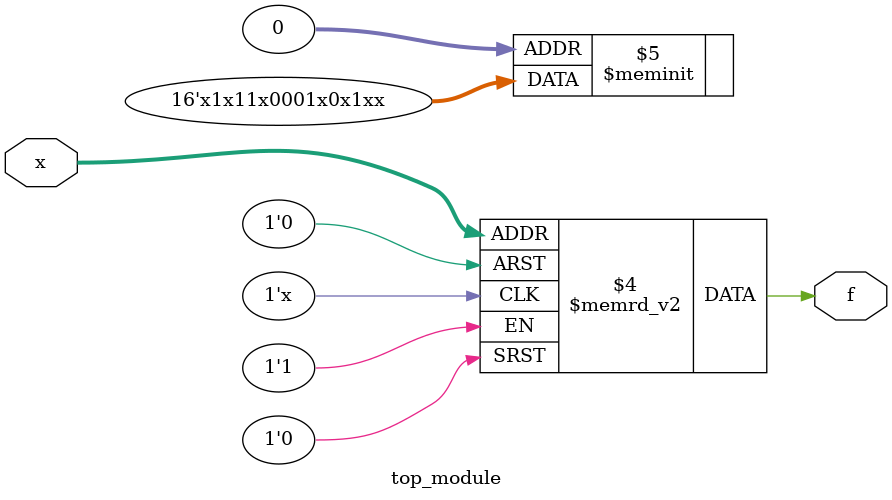
<source format=sv>
module top_module (
    input [4:1] x,
    output logic f
);
    always_comb
    begin
        case(x)
            4'h0, 4'h1, 4'h3, 4'h5, 4'hd, 4'hf: f = 1'bx;
            4'h2, 4'h6: f = 1;
            4'h4: f = 0;
            4'h7, 4'h8, 4'h9: f = 0;
            4'hb, 4'hc, 4'he: f = 1;
        endcase
    end
endmodule

</source>
